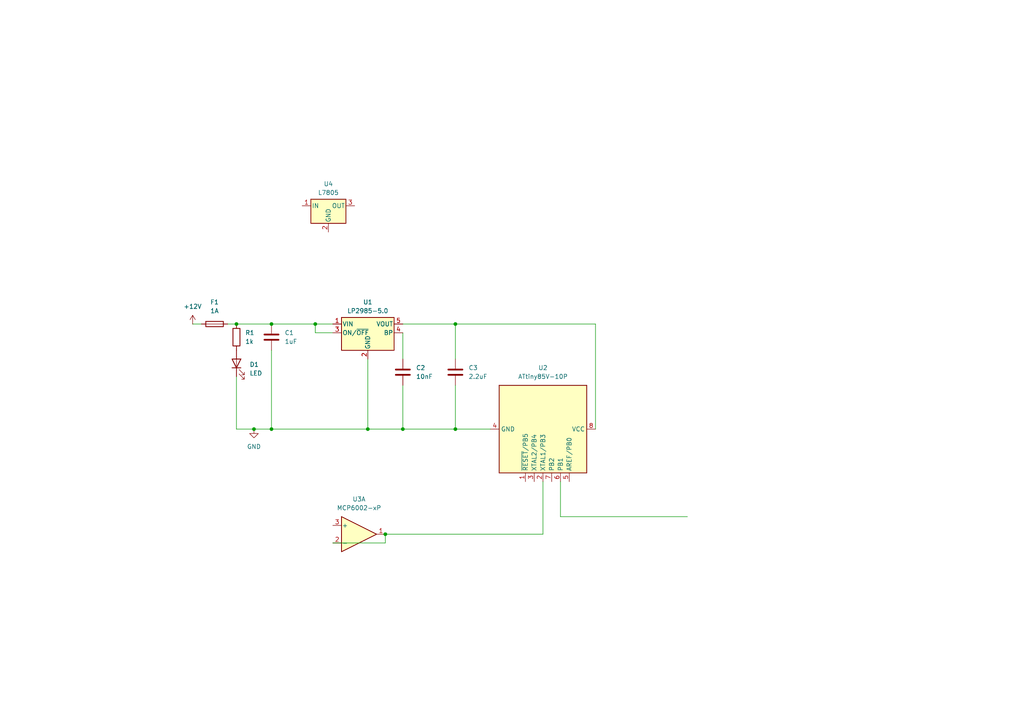
<source format=kicad_sch>
(kicad_sch (version 20250114) (generator "eeschema") (generator_version "9.0")
  (paper "A4")
  (lib_symbols
    (symbol "Amplifier_Operational:MCP6002-xP" (pin_names (offset 0.127))
      (property "Reference" "U" (at 0 5.08 0))
      (property "Value" "MCP6002-xP" (at 0 -5.08 0))
      (symbol "MCP6002-xP_1_1"
        (polyline (pts (xy -5.08 5.08) (xy 5.08 0) (xy -5.08 -5.08) (xy -5.08 5.08)) (stroke (width 0.254)) (fill (type background)))
        (pin input line (at -7.62 2.54 0) (length 2.54) (name "+") (number "3"))
        (pin input line (at -7.62 -2.54 0) (length 2.54) (name "-") (number "2"))
        (pin output line (at 7.62 0 180) (length 2.54) (name "~") (number "1"))
      )
      (symbol "MCP6002-xP_2_1"
        (polyline (pts (xy -5.08 5.08) (xy 5.08 0) (xy -5.08 -5.08) (xy -5.08 5.08)) (stroke (width 0.254)) (fill (type background)))
        (pin input line (at -7.62 2.54 0) (length 2.54) (name "+") (number "5"))
        (pin input line (at -7.62 -2.54 0) (length 2.54) (name "-") (number "6"))
        (pin output line (at 7.62 0 180) (length 2.54) (name "~") (number "7"))
      )
      (symbol "MCP6002-xP_3_1"
        (pin power_in line (at -2.54 7.62 270) (length 3.81) (name "V+") (number "8"))
        (pin power_in line (at -2.54 -7.62 90) (length 3.81) (name "V-") (number "4"))
      )
    )
    (symbol "Device:C" (pin_numbers (hide yes)) (pin_names (offset 0.254))
      (property "Reference" "C" (at 0.635 2.54 0))
      (property "Value" "C" (at 0.635 -2.54 0))
      (symbol "C_0_1"
        (polyline (pts (xy -2.032 0.762) (xy 2.032 0.762)) (stroke (width 0.508)))
        (polyline (pts (xy -2.032 -0.762) (xy 2.032 -0.762)) (stroke (width 0.508)))
      )
      (symbol "C_1_1"
        (pin passive line (at 0 3.81 270) (length 2.794) (name "~") (number "1"))
        (pin passive line (at 0 -3.81 90) (length 2.794) (name "~") (number "2"))
      )
    )
    (symbol "Device:Fuse" (pin_numbers (hide yes)) (pin_names (offset 0))
      (property "Reference" "F" (at 2.032 0 90))
      (property "Value" "Fuse" (at -1.905 0 90))
      (symbol "Fuse_0_1"
        (rectangle (start -0.762 -2.54) (end 0.762 2.54) (stroke (width 0.254)))
        (polyline (pts (xy 0 2.54) (xy 0 -2.54)))
      )
      (symbol "Fuse_1_1"
        (pin passive line (at 0 3.81 270) (length 1.27) (name "~") (number "1"))
        (pin passive line (at 0 -3.81 90) (length 1.27) (name "~") (number "2"))
      )
    )
    (symbol "Device:LED" (pin_numbers (hide yes)) (pin_names (offset 1.016) (hide yes))
      (property "Reference" "D" (at 0 2.54 0))
      (property "Value" "LED" (at 0 -2.54 0))
      (symbol "LED_0_1"
        (polyline (pts (xy -3.048 -0.762) (xy -4.572 -2.286) (xy -3.81 -2.286) (xy -4.572 -2.286) (xy -4.572 -1.524)))
        (polyline (pts (xy -1.778 -0.762) (xy -3.302 -2.286) (xy -2.54 -2.286) (xy -3.302 -2.286) (xy -3.302 -1.524)))
        (polyline (pts (xy -1.27 0) (xy 1.27 0)))
        (polyline (pts (xy -1.27 -1.27) (xy -1.27 1.27)) (stroke (width 0.254)))
        (polyline (pts (xy 1.27 -1.27) (xy 1.27 1.27) (xy -1.27 0) (xy 1.27 -1.27)) (stroke (width 0.254)))
      )
      (symbol "LED_1_1"
        (pin passive line (at -3.81 0 0) (length 2.54) (name "K") (number "1"))
        (pin passive line (at 3.81 0 180) (length 2.54) (name "A") (number "2"))
      )
    )
    (symbol "Device:R" (pin_numbers (hide yes)) (pin_names (offset 0))
      (property "Reference" "R" (at 2.032 0 90))
      (property "Value" "R" (at 0 0 90))
      (symbol "R_0_1"
        (rectangle (start -1.016 -2.54) (end 1.016 2.54) (stroke (width 0.254)))
      )
      (symbol "R_1_1"
        (pin passive line (at 0 3.81 270) (length 1.27) (name "~") (number "1"))
        (pin passive line (at 0 -3.81 90) (length 1.27) (name "~") (number "2"))
      )
    )
    (symbol "MCU_Microchip_ATtiny:ATtiny85V-10P"
      (property "Reference" "U" (at -12.7 13.97 0))
      (property "Value" "ATtiny85V-10P" (at 2.54 -13.97 0))
      (symbol "ATtiny85V-10P_0_1"
        (rectangle (start -12.7 -12.7) (end 12.7 12.7) (stroke (width 0.254)) (fill (type background)))
      )
      (symbol "ATtiny85V-10P_1_1"
        (pin power_in line (at 0 15.24 270) (length 2.54) (name "VCC") (number "8"))
        (pin power_in line (at 0 -15.24 90) (length 2.54) (name "GND") (number "4"))
        (pin bidirectional line (at 15.24 7.62 180) (length 2.54) (name "AREF/PB0") (number "5"))
        (pin bidirectional line (at 15.24 5.08 180) (length 2.54) (name "PB1") (number "6"))
        (pin bidirectional line (at 15.24 2.54 180) (length 2.54) (name "PB2") (number "7"))
        (pin bidirectional line (at 15.24 0 180) (length 2.54) (name "XTAL1/PB3") (number "2"))
        (pin bidirectional line (at 15.24 -2.54 180) (length 2.54) (name "XTAL2/PB4") (number "3"))
        (pin bidirectional line (at 15.24 -5.08 180) (length 2.54) (name "~{RESET}/PB5") (number "1"))
      )
    )
    (symbol "Regulator_Linear:L7805" (pin_names (offset 0.254))
      (property "Reference" "U" (at -3.81 3.175 0))
      (property "Value" "L7805" (at 0 3.175 0))
      (symbol "L7805_0_1"
        (rectangle (start -5.08 1.905) (end 5.08 -5.08) (stroke (width 0.254)) (fill (type background)))
      )
      (symbol "L7805_1_1"
        (pin power_in line (at -7.62 0 0) (length 2.54) (name "IN") (number "1"))
        (pin power_in line (at 0 -7.62 90) (length 2.54) (name "GND") (number "2"))
        (pin power_out line (at 7.62 0 180) (length 2.54) (name "OUT") (number "3"))
      )
    )
    (symbol "Regulator_Linear:LP2985-5.0" (pin_names (offset 0.254))
      (property "Reference" "U" (at -6.35 5.715 0))
      (property "Value" "LP2985-5.0" (at 0 5.715 0))
      (symbol "LP2985-5.0_0_1"
        (rectangle (start -7.62 -5.08) (end 7.62 4.445) (stroke (width 0.254)) (fill (type background)))
      )
      (symbol "LP2985-5.0_1_1"
        (pin power_in line (at -10.16 2.54 0) (length 2.54) (name "VIN") (number "1"))
        (pin input line (at -10.16 0 0) (length 2.54) (name "ON/~{OFF}") (number "3"))
        (pin power_in line (at 0 -7.62 90) (length 2.54) (name "GND") (number "2"))
        (pin power_out line (at 10.16 2.54 180) (length 2.54) (name "VOUT") (number "5"))
        (pin input line (at 10.16 0 180) (length 2.54) (name "BP") (number "4"))
      )
    )
    (symbol "power:+12V" (power) (pin_numbers (hide yes)) (pin_names (offset 0) (hide yes))
      (property "Value" "+12V" (at 0 3.556 0))
      (symbol "+12V_0_1"
        (polyline (pts (xy -0.762 1.27) (xy 0 2.54)))
        (polyline (pts (xy 0 2.54) (xy 0.762 1.27)))
        (polyline (pts (xy 0 0) (xy 0 2.54)))
      )
      (symbol "+12V_1_1"
        (pin power_in line (at 0 0 90) (length 0) (name "~") (number "1"))
      )
    )
    (symbol "power:GND" (power) (pin_numbers (hide yes)) (pin_names (offset 0) (hide yes))
      (property "Value" "GND" (at 0 -3.81 0))
      (symbol "GND_0_1"
        (polyline (pts (xy 0 0) (xy 0 -1.27) (xy 1.27 -1.27) (xy 0 -2.54) (xy -1.27 -1.27) (xy 0 -1.27)))
      )
      (symbol "GND_1_1"
        (pin power_in line (at 0 0 270) (length 0) (name "~") (number "1"))
      )
    )
  )
  (junction (at 106.68 124.46))
  (junction (at 78.74 124.46))
  (junction (at 73.66 124.46))
  (junction (at 78.74 93.98))
  (junction (at 116.84 124.46))
  (junction (at 132.08 124.46))
  (junction (at 68.58 93.98))
  (junction (at 132.08 93.98))
  (junction (at 91.44 93.98))
  (junction (at 111.76 154.94))
  (wire (pts (xy 96.52 96.52) (xy 91.44 96.52)))
  (wire (pts (xy 78.74 124.46) (xy 106.68 124.46)))
  (wire (pts (xy 68.58 93.98) (xy 78.74 93.98)))
  (wire (pts (xy 68.58 109.22) (xy 68.58 124.46)))
  (wire (pts (xy 172.72 124.46) (xy 172.72 93.98)))
  (wire (pts (xy 116.84 96.52) (xy 116.84 104.14)))
  (wire (pts (xy 162.56 139.7) (xy 162.56 149.86)))
  (wire (pts (xy 132.08 124.46) (xy 116.84 124.46)))
  (wire (pts (xy 116.84 93.98) (xy 132.08 93.98)))
  (wire (pts (xy 66.04 93.98) (xy 68.58 93.98)))
  (wire (pts (xy 132.08 93.98) (xy 132.08 104.14)))
  (wire (pts (xy 106.68 104.14) (xy 106.68 124.46)))
  (wire (pts (xy 78.74 93.98) (xy 91.44 93.98)))
  (wire (pts (xy 157.48 154.94) (xy 111.76 154.94)))
  (wire (pts (xy 162.56 149.86) (xy 199.39 149.86)))
  (wire (pts (xy 172.72 93.98) (xy 132.08 93.98)))
  (wire (pts (xy 91.44 93.98) (xy 96.52 93.98)))
  (wire (pts (xy 78.74 101.6) (xy 78.74 124.46)))
  (wire (pts (xy 68.58 124.46) (xy 73.66 124.46)))
  (wire (pts (xy 73.66 124.46) (xy 78.74 124.46)))
  (wire (pts (xy 132.08 111.76) (xy 132.08 124.46)))
  (wire (pts (xy 55.88 93.98) (xy 58.42 93.98)))
  (wire (pts (xy 111.76 157.48) (xy 111.76 154.94)))
  (wire (pts (xy 142.24 124.46) (xy 132.08 124.46)))
  (wire (pts (xy 96.52 157.48) (xy 111.76 157.48)))
  (wire (pts (xy 91.44 96.52) (xy 91.44 93.98)))
  (wire (pts (xy 116.84 124.46) (xy 106.68 124.46)))
  (wire (pts (xy 116.84 111.76) (xy 116.84 124.46)))
  (wire (pts (xy 157.48 139.7) (xy 157.48 154.94)))
  (symbol (lib_id "Amplifier_Operational:MCP6002-xP") (at 104.14 154.94 0) (unit 1)
    (property "Reference" "U3" (at 104.14 144.78 0))
    (property "Value" "MCP6002-xP" (at 104.14 147.32 0))
    (property "Datasheet" "http://ww1.microchip.com/downloads/en/DeviceDoc/21733j.pdf" (effects (hide yes)))
    (property "Description" "1MHz, Low-Power Op Amp, DIP-8" (effects (hide yes)))
  )
  (symbol (lib_id "Device:C") (at 78.74 97.79 0) (unit 1)
    (property "Reference" "C1" (at 82.55 96.5199 0) (effects (justify left)))
    (property "Value" "1uF" (at 82.55 99.0599 0) (effects (justify left)))
    (property "Description" "Unpolarized capacitor" (effects (hide yes)))
  )
  (symbol (lib_id "power:GND") (at 73.66 124.46 0) (unit 1)
    (property "Reference" "#PWR01" (effects (hide yes)))
    (property "Value" "GND" (at 73.66 129.54 0))
    (property "Description" "Power symbol creates a global label with name \"GND\" , ground" (effects (hide yes)))
  )
  (symbol (lib_id "Regulator_Linear:L7805") (at 95.25 59.69 0) (unit 1)
    (property "Reference" "U4" (at 95.25 53.34 0))
    (property "Value" "L7805" (at 95.25 55.88 0))
    (property "Datasheet" "http://www.st.com/content/ccc/resource/technical/document/datasheet/41/4f/b3/b0/12/d4/47/88/CD00000444.pdf/files/CD00000444.pdf/jcr:content/translations/en.CD00000444.pdf" (effects (hide yes)))
    (property "Description" "Positive 1.5A 35V Linear Regulator, Fixed Output 5V, TO-220/TO-263/TO-252" (effects (hide yes)))
  )
  (symbol (lib_id "Device:Fuse") (at 62.23 93.98 90) (unit 1)
    (property "Reference" "F1" (at 62.23 87.63 90))
    (property "Value" "1A" (at 62.23 90.17 90))
    (property "Description" "Fuse" (effects (hide yes)))
  )
  (symbol (lib_id "power:+12V") (at 55.88 93.98 0) (unit 1)
    (property "Reference" "#PWR02" (effects (hide yes)))
    (property "Value" "+12V" (at 55.88 88.9 0))
    (property "Description" "Power symbol creates a global label with name \"+12V\"" (effects (hide yes)))
  )
  (symbol (lib_id "MCU_Microchip_ATtiny:ATtiny85V-10P") (at 157.48 124.46 270) (unit 1)
    (property "Reference" "U2" (at 157.48 106.68 90))
    (property "Value" "ATtiny85V-10P" (at 157.48 109.22 90))
    (property "Footprint" "Package_DIP:DIP-8_W7.62mm" (effects (hide yes)))
    (property "Datasheet" "http://ww1.microchip.com/downloads/en/DeviceDoc/atmel-2586-avr-8-bit-microcontroller-attiny25-attiny45-attiny85_datasheet.pdf" (effects (hide yes)))
    (property "Description" "10MHz, 8kB Flash, 512B SRAM, 512B EEPROM, debugWIRE, DIP-8" (effects (hide yes)))
  )
  (symbol (lib_id "Device:R") (at 68.58 97.79 0) (unit 1)
    (property "Reference" "R1" (at 71.12 96.5199 0) (effects (justify left)))
    (property "Value" "1k" (at 71.12 99.0599 0) (effects (justify left)))
    (property "Description" "Resistor" (effects (hide yes)))
  )
  (symbol (lib_id "Regulator_Linear:LP2985-5.0") (at 106.68 96.52 0) (unit 1)
    (property "Reference" "U1" (at 106.68 87.63 0))
    (property "Value" "LP2985-5.0" (at 106.68 90.17 0))
    (property "Footprint" "Package_TO_SOT_SMD:SOT-23-5" (effects (hide yes)))
    (property "Datasheet" "http://www.ti.com/lit/ds/symlink/lp2985.pdf" (effects (hide yes)))
    (property "Description" "150mA 16V Low-noise Low-dropout Regulator With Shutdown, 5.0V output voltage, SOT-23-5" (effects (hide yes)))
  )
  (symbol (lib_id "Device:C") (at 132.08 107.95 0) (unit 1)
    (property "Reference" "C3" (at 135.89 106.6799 0) (effects (justify left)))
    (property "Value" "2.2uF" (at 135.89 109.2199 0) (effects (justify left)))
    (property "Description" "Unpolarized capacitor" (effects (hide yes)))
  )
  (symbol (lib_id "Device:LED") (at 68.58 105.41 90) (unit 1)
    (property "Reference" "D1" (at 72.39 105.7274 90) (effects (justify right)))
    (property "Value" "LED" (at 72.39 108.2674 90) (effects (justify right)))
    (property "Description" "Light emitting diode" (effects (hide yes)))
    (property "Sim.Pins" "1=K 2=A" (effects (hide yes)))
  )
  (symbol (lib_id "Device:C") (at 116.84 107.95 0) (unit 1)
    (property "Reference" "C2" (at 120.65 106.6799 0) (effects (justify left)))
    (property "Value" "10nF" (at 120.65 109.2199 0) (effects (justify left)))
    (property "Description" "Unpolarized capacitor" (effects (hide yes)))
  )
)
</source>
